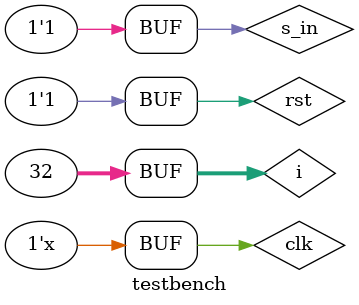
<source format=v>
`timescale 1ns / 1ps


module testbench(

    );
    
    reg clk;
    reg rst;
    reg s_in;
    wire s_out;
    integer i;
    
    shift_reg shift_reg_1(
        .clk(clk),
        .rst(rst),
        .sin(s_in),
        .sout(s_out)
    );
    
    always
        #10 clk = ~clk;
    
    initial begin
        clk = 1'b0;
        rst = 1'b1;
        s_in = 1'b0;
    end
    
    always begin
        for (i = 0; i < 32; i=i+1) begin
            #20 s_in = i;
        end
    end
endmodule

</source>
